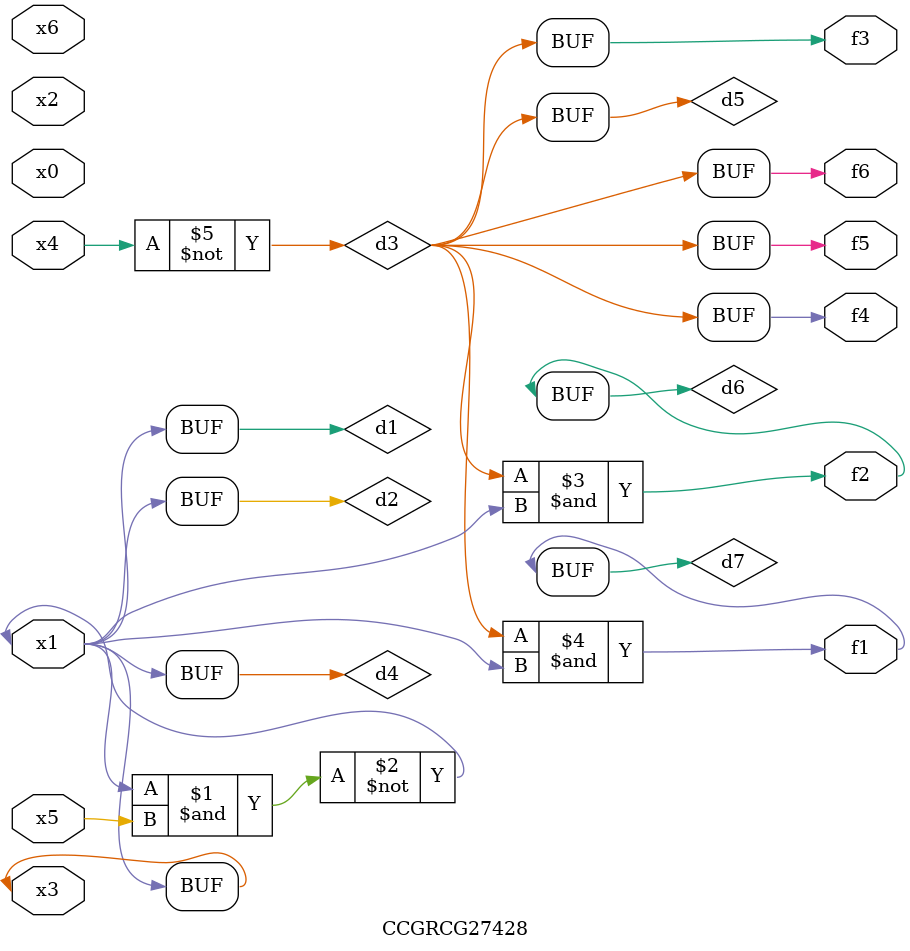
<source format=v>
module CCGRCG27428(
	input x0, x1, x2, x3, x4, x5, x6,
	output f1, f2, f3, f4, f5, f6
);

	wire d1, d2, d3, d4, d5, d6, d7;

	buf (d1, x1, x3);
	nand (d2, x1, x5);
	not (d3, x4);
	buf (d4, d1, d2);
	buf (d5, d3);
	and (d6, d3, d4);
	and (d7, d3, d4);
	assign f1 = d7;
	assign f2 = d6;
	assign f3 = d5;
	assign f4 = d5;
	assign f5 = d5;
	assign f6 = d5;
endmodule

</source>
